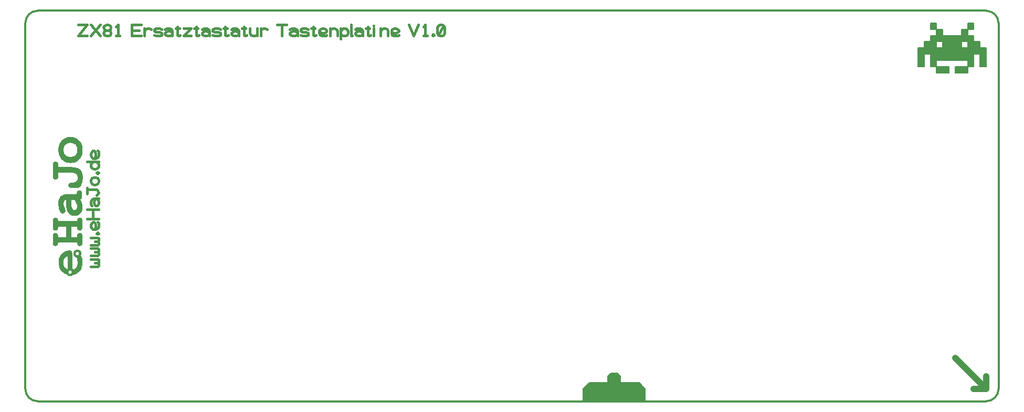
<source format=gbr>
G04 GENERATED BY PULSONIX 12.5 GERBER.DLL 9449*
G04 #@! TF.GenerationSoftware,Pulsonix,Pulsonix,12.5.9449*
G04 #@! TF.CreationDate,2024-10-04T20:16:51--1:00*
G04 #@! TF.Part,Single*
%FSLAX35Y35*%
%LPD*%
%MOMM*%
G04 #@! TF.FileFunction,Legend,Top*
G04 #@! TF.FilePolarity,Positive*
%ADD97C,0.00001*%
G04 #@! TA.AperFunction,Profile*
%ADD98C,0.30000*%
G04 #@! TD.AperFunction*
%ADD99C,0.45000*%
G04 #@! TA.AperFunction,Material*
%ADD101C,1.00000*%
%ADD102C,0.20000*%
G04 #@! TD.AperFunction*
X0Y0D02*
D02*
D97*
X1471680Y3456836D02*
X1787109D01*
Y3471484D01*
X1789063Y3484180D01*
X1791016Y3492969D01*
X1793945Y3498828D01*
X1799805Y3504688D01*
X1806641Y3508594D01*
X1814453Y3511523D01*
X1823242Y3512500D01*
X1833008Y3511523D01*
X1841797Y3509570D01*
X1848633Y3504688D01*
X1853516Y3499805D01*
X1855469Y3495898D01*
X1857422Y3491992D01*
X1859375Y3487109D01*
X1860352Y3481250D01*
X1861328Y3473438D01*
X1862305Y3465625D01*
Y3455859D01*
Y3446094D01*
Y3368945D01*
Y3353320D01*
X1860352Y3340625D01*
X1857422Y3330859D01*
X1853516Y3323047D01*
X1848633Y3318164D01*
X1841797Y3314258D01*
X1833984Y3311328D01*
X1824219D01*
X1813477Y3312305D01*
X1805664Y3315234D01*
X1797852Y3319141D01*
X1791992Y3325977D01*
X1789063Y3333789D01*
X1787109Y3343555D01*
X1786133Y3355273D01*
X1785156Y3368945D01*
Y3374805D01*
X1683594D01*
Y3200000D01*
X1785156D01*
Y3213672D01*
X1786133Y3224414D01*
X1787109Y3234180D01*
X1790039Y3242969D01*
X1793945Y3249805D01*
X1799805Y3256641D01*
X1806641Y3260547D01*
X1814453Y3263477D01*
X1823242Y3264453D01*
X1833008Y3263477D01*
X1841797Y3261523D01*
X1848633Y3257617D01*
X1853516Y3252734D01*
X1857422Y3245898D01*
X1860352Y3236133D01*
X1862305Y3224414D01*
Y3210742D01*
Y3112109D01*
Y3099414D01*
X1860352Y3087695D01*
X1856445Y3078906D01*
X1852539Y3073047D01*
X1846680Y3068164D01*
X1839844Y3065234D01*
X1832031Y3063281D01*
X1823242Y3062305D01*
X1813477Y3063281D01*
X1805664Y3066211D01*
X1798828Y3070117D01*
X1793945Y3075000D01*
X1791016Y3081836D01*
X1789063Y3090625D01*
X1787109Y3103320D01*
Y3117969D01*
X1471680D01*
X1470703Y3103320D01*
X1468750Y3090625D01*
X1465820Y3081836D01*
X1462891Y3075000D01*
X1458008Y3070117D01*
X1451172Y3066211D01*
X1442383Y3063281D01*
X1432617Y3062305D01*
X1423828Y3063281D01*
X1416016Y3065234D01*
X1410156Y3068164D01*
X1404297Y3073047D01*
X1399414Y3079883D01*
X1396484Y3088672D01*
X1394531Y3100391D01*
Y3114063D01*
Y3206836D01*
Y3222461D01*
X1396484Y3234180D01*
X1398438Y3243945D01*
X1402344Y3250781D01*
X1407227Y3256641D01*
X1414063Y3261523D01*
X1422852Y3263477D01*
X1432617Y3264453D01*
X1442383Y3263477D01*
X1451172Y3260547D01*
X1458008Y3255664D01*
X1463867Y3248828D01*
X1466797Y3241016D01*
X1469727Y3231250D01*
X1470703Y3218555D01*
X1471680Y3204883D01*
Y3200000D01*
X1609375D01*
Y3374805D01*
X1471680D01*
Y3361133D01*
X1470703Y3349414D01*
X1468750Y3339648D01*
X1466797Y3331836D01*
X1462891Y3325000D01*
X1457031Y3318164D01*
X1450195Y3314258D01*
X1442383Y3312305D01*
X1432617Y3311328D01*
X1422852Y3312305D01*
X1414063Y3314258D01*
X1407227Y3318164D01*
X1402344Y3325000D01*
X1398438Y3331836D01*
X1396484Y3341602D01*
X1394531Y3355273D01*
Y3372852D01*
Y3461719D01*
Y3475391D01*
X1396484Y3486133D01*
X1399414Y3494922D01*
X1404297Y3501758D01*
X1410156Y3506641D01*
X1416016Y3509570D01*
X1423828Y3511523D01*
X1432617Y3512500D01*
X1442383Y3511523D01*
X1450195Y3509570D01*
X1457031Y3504688D01*
X1462891Y3499805D01*
X1465820Y3492969D01*
X1468750Y3484180D01*
X1470703Y3471484D01*
X1471680Y3456836D01*
G36*
X1471680Y3456836D02*
X1787109D01*
Y3471484D01*
X1789063Y3484180D01*
X1791016Y3492969D01*
X1793945Y3498828D01*
X1799805Y3504688D01*
X1806641Y3508594D01*
X1814453Y3511523D01*
X1823242Y3512500D01*
X1833008Y3511523D01*
X1841797Y3509570D01*
X1848633Y3504688D01*
X1853516Y3499805D01*
X1855469Y3495898D01*
X1857422Y3491992D01*
X1859375Y3487109D01*
X1860352Y3481250D01*
X1861328Y3473438D01*
X1862305Y3465625D01*
Y3455859D01*
Y3446094D01*
Y3368945D01*
Y3353320D01*
X1860352Y3340625D01*
X1857422Y3330859D01*
X1853516Y3323047D01*
X1848633Y3318164D01*
X1841797Y3314258D01*
X1833984Y3311328D01*
X1824219D01*
X1813477Y3312305D01*
X1805664Y3315234D01*
X1797852Y3319141D01*
X1791992Y3325977D01*
X1789063Y3333789D01*
X1787109Y3343555D01*
X1786133Y3355273D01*
X1785156Y3368945D01*
Y3374805D01*
X1683594D01*
Y3200000D01*
X1785156D01*
Y3213672D01*
X1786133Y3224414D01*
X1787109Y3234180D01*
X1790039Y3242969D01*
X1793945Y3249805D01*
X1799805Y3256641D01*
X1806641Y3260547D01*
X1814453Y3263477D01*
X1823242Y3264453D01*
X1833008Y3263477D01*
X1841797Y3261523D01*
X1848633Y3257617D01*
X1853516Y3252734D01*
X1857422Y3245898D01*
X1860352Y3236133D01*
X1862305Y3224414D01*
Y3210742D01*
Y3112109D01*
Y3099414D01*
X1860352Y3087695D01*
X1856445Y3078906D01*
X1852539Y3073047D01*
X1846680Y3068164D01*
X1839844Y3065234D01*
X1832031Y3063281D01*
X1823242Y3062305D01*
X1813477Y3063281D01*
X1805664Y3066211D01*
X1798828Y3070117D01*
X1793945Y3075000D01*
X1791016Y3081836D01*
X1789063Y3090625D01*
X1787109Y3103320D01*
Y3117969D01*
X1471680D01*
X1470703Y3103320D01*
X1468750Y3090625D01*
X1465820Y3081836D01*
X1462891Y3075000D01*
X1458008Y3070117D01*
X1451172Y3066211D01*
X1442383Y3063281D01*
X1432617Y3062305D01*
X1423828Y3063281D01*
X1416016Y3065234D01*
X1410156Y3068164D01*
X1404297Y3073047D01*
X1399414Y3079883D01*
X1396484Y3088672D01*
X1394531Y3100391D01*
Y3114063D01*
Y3206836D01*
Y3222461D01*
X1396484Y3234180D01*
X1398438Y3243945D01*
X1402344Y3250781D01*
X1407227Y3256641D01*
X1414063Y3261523D01*
X1422852Y3263477D01*
X1432617Y3264453D01*
X1442383Y3263477D01*
X1451172Y3260547D01*
X1458008Y3255664D01*
X1463867Y3248828D01*
X1466797Y3241016D01*
X1469727Y3231250D01*
X1470703Y3218555D01*
X1471680Y3204883D01*
Y3200000D01*
X1609375D01*
Y3374805D01*
X1471680D01*
Y3361133D01*
X1470703Y3349414D01*
X1468750Y3339648D01*
X1466797Y3331836D01*
X1462891Y3325000D01*
X1457031Y3318164D01*
X1450195Y3314258D01*
X1442383Y3312305D01*
X1432617Y3311328D01*
X1422852Y3312305D01*
X1414063Y3314258D01*
X1407227Y3318164D01*
X1402344Y3325000D01*
X1398438Y3331836D01*
X1396484Y3341602D01*
X1394531Y3355273D01*
Y3372852D01*
Y3461719D01*
Y3475391D01*
X1396484Y3486133D01*
X1399414Y3494922D01*
X1404297Y3501758D01*
X1410156Y3506641D01*
X1416016Y3509570D01*
X1423828Y3511523D01*
X1432617Y3512500D01*
X1442383Y3511523D01*
X1450195Y3509570D01*
X1457031Y3504688D01*
X1462891Y3499805D01*
X1465820Y3492969D01*
X1468750Y3484180D01*
X1470703Y3471484D01*
X1471680Y3456836D01*
G37*
X1818359Y3951953D02*
X1827148Y3950977D01*
X1834961Y3949023D01*
X1840820Y3945117D01*
X1846680Y3940234D01*
X1851563Y3933398D01*
X1854492Y3926563D01*
X1856445Y3918750D01*
Y3908984D01*
Y3851367D01*
Y3844531D01*
X1854492Y3837695D01*
X1851563Y3831836D01*
X1848633Y3825977D01*
X1836914Y3818164D01*
X1821289Y3813281D01*
X1830078Y3801563D01*
X1837891Y3787891D01*
X1844727Y3775195D01*
X1850586Y3760547D01*
X1857422Y3741992D01*
X1862305Y3723438D01*
X1865234Y3703906D01*
X1866211Y3683398D01*
X1865234Y3668750D01*
X1864258Y3655078D01*
X1861328Y3642383D01*
X1857422Y3629688D01*
X1852539Y3617969D01*
X1846680Y3606250D01*
X1839844Y3596484D01*
X1832031Y3586719D01*
X1823242Y3577930D01*
X1813477Y3570117D01*
X1803711Y3563281D01*
X1792969Y3558398D01*
X1781250Y3554492D01*
X1769531Y3551563D01*
X1756836Y3549609D01*
X1744141Y3548633D01*
X1728516Y3549609D01*
X1712891Y3551563D01*
X1699219Y3555469D01*
X1686523Y3561328D01*
X1673828Y3568164D01*
X1663086Y3576953D01*
X1652344Y3587695D01*
X1643555Y3599414D01*
X1635742Y3612109D01*
X1627930Y3625781D01*
X1622070Y3640430D01*
X1617188Y3656055D01*
X1614258Y3672656D01*
X1611328Y3691211D01*
X1609375Y3710742D01*
Y3731250D01*
Y3753711D01*
X1611328Y3776172D01*
X1616211Y3807422D01*
X1603516Y3805469D01*
X1592773Y3801563D01*
X1583008Y3796680D01*
X1575195Y3789844D01*
X1568359Y3781055D01*
X1562500Y3768359D01*
X1559570Y3753711D01*
X1558594Y3736133D01*
X1559570Y3723438D01*
X1562500Y3708789D01*
X1566406Y3693164D01*
X1573242Y3676563D01*
X1580078Y3658984D01*
X1584961Y3645313D01*
X1587891Y3633594D01*
X1588867Y3624805D01*
X1587891Y3616992D01*
X1585938Y3610156D01*
X1582031Y3603320D01*
X1577148Y3598438D01*
X1570313Y3593555D01*
X1563477Y3590625D01*
X1554688Y3588672D01*
X1545898Y3587695D01*
X1539063Y3588672D01*
X1531250Y3590625D01*
X1525391Y3594531D01*
X1518555Y3600391D01*
X1512695Y3607227D01*
X1507813Y3616016D01*
X1502930Y3625781D01*
X1498047Y3637500D01*
X1491211Y3659961D01*
X1486328Y3686328D01*
X1483398Y3714648D01*
X1482422Y3746875D01*
X1483398Y3763477D01*
X1485352Y3779102D01*
X1487305Y3793750D01*
X1492188Y3807422D01*
X1497070Y3820117D01*
X1502930Y3831836D01*
X1510742Y3842578D01*
X1518555Y3852344D01*
X1528320Y3861133D01*
X1539063Y3868945D01*
X1550781Y3874805D01*
X1563477Y3879688D01*
X1577148Y3884570D01*
X1591797Y3886523D01*
X1607422Y3888477D01*
X1625000Y3889453D01*
X1780273D01*
Y3895313D01*
X1781250Y3908984D01*
X1782227Y3920703D01*
X1784180Y3929492D01*
X1787109Y3937305D01*
X1792969Y3943164D01*
X1799805Y3948047D01*
X1807617Y3950977D01*
X1818359Y3951953D01*
X1683594Y3778125D02*
X1681641Y3760547D01*
X1680664Y3741992D01*
X1682617Y3716602D01*
X1685547Y3695117D01*
X1690430Y3675586D01*
X1698242Y3658984D01*
X1707031Y3647266D01*
X1716797Y3639453D01*
X1727539Y3633594D01*
X1739258Y3632617D01*
X1749023Y3633594D01*
X1756836Y3636523D01*
X1763672Y3641406D01*
X1770508Y3648242D01*
X1777344Y3657031D01*
X1781250Y3667773D01*
X1784180Y3679492D01*
X1785156Y3692188D01*
X1784180Y3713672D01*
X1779297Y3734180D01*
X1772461Y3754688D01*
X1761719Y3773242D01*
X1756836Y3781055D01*
X1751953Y3787891D01*
X1746094Y3793750D01*
X1741211Y3798633D01*
X1736328Y3802539D01*
X1731445Y3805469D01*
X1726563Y3806445D01*
X1721680Y3807422D01*
X1689453D01*
X1683594Y3778125D01*
X1483235Y3720019D02*
G36*
X1483235Y3720019D02*
X1483398Y3714648D01*
X1486328Y3686328D01*
X1491211Y3659961D01*
X1498047Y3637500D01*
X1502930Y3625781D01*
X1507813Y3616016D01*
X1512695Y3607227D01*
X1518555Y3600391D01*
X1525391Y3594531D01*
X1531250Y3590625D01*
X1539063Y3588672D01*
X1545898Y3587695D01*
X1554688Y3588672D01*
X1563477Y3590625D01*
X1570313Y3593555D01*
X1577148Y3598438D01*
X1582031Y3603320D01*
X1585938Y3610156D01*
X1587891Y3616992D01*
X1588867Y3624805D01*
X1587891Y3633594D01*
X1584961Y3645313D01*
X1580078Y3658984D01*
X1573242Y3676563D01*
X1566406Y3693164D01*
X1562500Y3708789D01*
X1560254Y3720019D01*
X1483235D01*
G37*
X1482422Y3746875D02*
G36*
X1482422Y3746875D02*
X1483235Y3720019D01*
X1560254D01*
X1559570Y3723438D01*
X1558594Y3736133D01*
X1559570Y3753711D01*
X1562500Y3768359D01*
X1568359Y3781055D01*
X1575195Y3789844D01*
X1583008Y3796680D01*
X1592773Y3801563D01*
X1603516Y3805469D01*
X1616211Y3807422D01*
X1611328Y3776172D01*
X1609375Y3753711D01*
Y3731250D01*
Y3720019D01*
X1682354D01*
X1680664Y3741992D01*
X1681641Y3760547D01*
X1683594Y3778125D01*
X1689453Y3807422D01*
X1721680D01*
X1726563Y3806445D01*
X1731445Y3805469D01*
X1736328Y3802539D01*
X1741211Y3798633D01*
X1746094Y3793750D01*
X1751953Y3787891D01*
X1756836Y3781055D01*
X1761719Y3773242D01*
X1772461Y3754688D01*
X1779297Y3734180D01*
X1782669Y3720019D01*
X1862818D01*
X1862305Y3723438D01*
X1857422Y3741992D01*
X1850586Y3760547D01*
X1844727Y3775195D01*
X1837891Y3787891D01*
X1830078Y3801563D01*
X1821289Y3813281D01*
X1836914Y3818164D01*
X1848633Y3825977D01*
X1851563Y3831836D01*
X1854492Y3837695D01*
X1856445Y3844531D01*
Y3851367D01*
Y3908984D01*
Y3918750D01*
X1854492Y3926563D01*
X1851563Y3933398D01*
X1846680Y3940234D01*
X1840820Y3945117D01*
X1834961Y3949023D01*
X1827148Y3950977D01*
X1818359Y3951953D01*
X1807617Y3950977D01*
X1799805Y3948047D01*
X1792969Y3943164D01*
X1787109Y3937305D01*
X1784180Y3929492D01*
X1782227Y3920703D01*
X1781250Y3908984D01*
X1780273Y3895313D01*
Y3889453D01*
X1625000D01*
X1607422Y3888477D01*
X1591797Y3886523D01*
X1577148Y3884570D01*
X1563477Y3879688D01*
X1550781Y3874805D01*
X1539063Y3868945D01*
X1528320Y3861133D01*
X1518555Y3852344D01*
X1510742Y3842578D01*
X1502930Y3831836D01*
X1497070Y3820117D01*
X1492188Y3807422D01*
X1487305Y3793750D01*
X1485352Y3779102D01*
X1483398Y3763477D01*
X1482422Y3746875D01*
G37*
X1609375Y3720019D02*
G36*
X1609375Y3720019D02*
Y3710742D01*
X1611328Y3691211D01*
X1614258Y3672656D01*
X1617188Y3656055D01*
X1622070Y3640430D01*
X1627930Y3625781D01*
X1635742Y3612109D01*
X1643555Y3599414D01*
X1652344Y3587695D01*
X1663086Y3576953D01*
X1673828Y3568164D01*
X1686523Y3561328D01*
X1699219Y3555469D01*
X1712891Y3551563D01*
X1728516Y3549609D01*
X1744141Y3548633D01*
X1756836Y3549609D01*
X1769531Y3551563D01*
X1781250Y3554492D01*
X1792969Y3558398D01*
X1803711Y3563281D01*
X1813477Y3570117D01*
X1823242Y3577930D01*
X1832031Y3586719D01*
X1839844Y3596484D01*
X1846680Y3606250D01*
X1852539Y3617969D01*
X1857422Y3629688D01*
X1861328Y3642383D01*
X1864258Y3655078D01*
X1865234Y3668750D01*
X1866211Y3683398D01*
X1865234Y3703906D01*
X1862818Y3720019D01*
X1782669D01*
X1784180Y3713672D01*
X1785156Y3692188D01*
X1784180Y3679492D01*
X1781250Y3667773D01*
X1777344Y3657031D01*
X1770508Y3648242D01*
X1763672Y3641406D01*
X1756836Y3636523D01*
X1749023Y3633594D01*
X1739258Y3632617D01*
X1727539Y3633594D01*
X1716797Y3639453D01*
X1707031Y3647266D01*
X1698242Y3658984D01*
X1690430Y3675586D01*
X1685547Y3695117D01*
X1682617Y3716602D01*
X1682354Y3720019D01*
X1609375D01*
G37*
X1432617Y4417773D02*
X1442383Y4416797D01*
X1451172Y4413867D01*
X1458008Y4409961D01*
X1463867Y4404102D01*
X1466797Y4397266D01*
X1469727Y4388477D01*
X1470703Y4376758D01*
X1471680Y4362109D01*
Y4326953D01*
X1696289D01*
X1717773Y4325977D01*
X1737305Y4324023D01*
X1755859Y4321094D01*
X1773438Y4317188D01*
X1789063Y4311328D01*
X1802734Y4304492D01*
X1815430Y4296680D01*
X1826172Y4287891D01*
X1835938Y4277148D01*
X1843750Y4264453D01*
X1851563Y4251758D01*
X1857422Y4236133D01*
X1861328Y4220508D01*
X1865234Y4201953D01*
X1867188Y4183398D01*
Y4162891D01*
Y4144336D01*
X1865234Y4126758D01*
X1863281Y4110156D01*
X1859375Y4093555D01*
X1855469Y4077930D01*
X1848633Y4061328D01*
X1841797Y4044727D01*
X1833008Y4028125D01*
X1829102Y4020313D01*
X1824219Y4014453D01*
X1820313Y4009570D01*
X1815430Y4006641D01*
X1809570Y4004688D01*
X1802734Y4002734D01*
X1793945Y4001758D01*
X1784180D01*
X1697266D01*
X1682617D01*
X1671875Y4003711D01*
X1663086Y4005664D01*
X1657227Y4009570D01*
X1652344Y4014453D01*
X1648438Y4021289D01*
X1646484Y4028125D01*
X1645508Y4035938D01*
X1647461Y4048633D01*
X1651367Y4058398D01*
X1658203Y4067188D01*
X1667969Y4072070D01*
X1672852Y4074023D01*
X1678711Y4075977D01*
X1682617D01*
X1687500Y4076953D01*
X1692383D01*
X1699219D01*
X1703125D01*
X1723633Y4077930D01*
X1742188Y4080859D01*
X1753906Y4084766D01*
X1764648Y4091602D01*
X1773438Y4098438D01*
X1782227Y4107227D01*
X1788086Y4118945D01*
X1792969Y4130664D01*
X1794922Y4144336D01*
X1795898Y4158984D01*
X1794922Y4180469D01*
X1790039Y4198047D01*
X1782227Y4212695D01*
X1771484Y4224414D01*
X1764648Y4228320D01*
X1757813Y4233203D01*
X1748047Y4236133D01*
X1738281Y4239063D01*
X1726563Y4241016D01*
X1714844Y4242969D01*
X1701172Y4243945D01*
X1686523D01*
X1471680D01*
Y4190234D01*
X1470703Y4174609D01*
X1469727Y4162891D01*
X1466797Y4154102D01*
X1463867Y4147266D01*
X1458008Y4141406D01*
X1451172Y4136523D01*
X1442383Y4134570D01*
X1432617Y4133594D01*
X1423828D01*
X1416016Y4135547D01*
X1410156Y4139453D01*
X1404297Y4143359D01*
X1399414Y4149219D01*
X1396484Y4156055D01*
X1394531Y4163867D01*
Y4172656D01*
Y4379688D01*
Y4388477D01*
X1396484Y4396289D01*
X1400391Y4402148D01*
X1405273Y4408008D01*
X1411133Y4411914D01*
X1416992Y4414844D01*
X1424805Y4416797D01*
X1432617Y4417773D01*
G36*
X1432617Y4417773D02*
X1442383Y4416797D01*
X1451172Y4413867D01*
X1458008Y4409961D01*
X1463867Y4404102D01*
X1466797Y4397266D01*
X1469727Y4388477D01*
X1470703Y4376758D01*
X1471680Y4362109D01*
Y4326953D01*
X1696289D01*
X1717773Y4325977D01*
X1737305Y4324023D01*
X1755859Y4321094D01*
X1773438Y4317188D01*
X1789063Y4311328D01*
X1802734Y4304492D01*
X1815430Y4296680D01*
X1826172Y4287891D01*
X1835938Y4277148D01*
X1843750Y4264453D01*
X1851563Y4251758D01*
X1857422Y4236133D01*
X1861328Y4220508D01*
X1865234Y4201953D01*
X1867188Y4183398D01*
Y4162891D01*
Y4144336D01*
X1865234Y4126758D01*
X1863281Y4110156D01*
X1859375Y4093555D01*
X1855469Y4077930D01*
X1848633Y4061328D01*
X1841797Y4044727D01*
X1833008Y4028125D01*
X1829102Y4020313D01*
X1824219Y4014453D01*
X1820313Y4009570D01*
X1815430Y4006641D01*
X1809570Y4004688D01*
X1802734Y4002734D01*
X1793945Y4001758D01*
X1784180D01*
X1697266D01*
X1682617D01*
X1671875Y4003711D01*
X1663086Y4005664D01*
X1657227Y4009570D01*
X1652344Y4014453D01*
X1648438Y4021289D01*
X1646484Y4028125D01*
X1645508Y4035938D01*
X1647461Y4048633D01*
X1651367Y4058398D01*
X1658203Y4067188D01*
X1667969Y4072070D01*
X1672852Y4074023D01*
X1678711Y4075977D01*
X1682617D01*
X1687500Y4076953D01*
X1692383D01*
X1699219D01*
X1703125D01*
X1723633Y4077930D01*
X1742188Y4080859D01*
X1753906Y4084766D01*
X1764648Y4091602D01*
X1773438Y4098438D01*
X1782227Y4107227D01*
X1788086Y4118945D01*
X1792969Y4130664D01*
X1794922Y4144336D01*
X1795898Y4158984D01*
X1794922Y4180469D01*
X1790039Y4198047D01*
X1782227Y4212695D01*
X1771484Y4224414D01*
X1764648Y4228320D01*
X1757813Y4233203D01*
X1748047Y4236133D01*
X1738281Y4239063D01*
X1726563Y4241016D01*
X1714844Y4242969D01*
X1701172Y4243945D01*
X1686523D01*
X1471680D01*
Y4190234D01*
X1470703Y4174609D01*
X1469727Y4162891D01*
X1466797Y4154102D01*
X1463867Y4147266D01*
X1458008Y4141406D01*
X1451172Y4136523D01*
X1442383Y4134570D01*
X1432617Y4133594D01*
X1423828D01*
X1416016Y4135547D01*
X1410156Y4139453D01*
X1404297Y4143359D01*
X1399414Y4149219D01*
X1396484Y4156055D01*
X1394531Y4163867D01*
Y4172656D01*
Y4379688D01*
Y4388477D01*
X1396484Y4396289D01*
X1400391Y4402148D01*
X1405273Y4408008D01*
X1411133Y4411914D01*
X1416992Y4414844D01*
X1424805Y4416797D01*
X1432617Y4417773D01*
G37*
X1673828Y4813281D02*
X1694336Y4812305D01*
X1713867Y4810352D01*
X1733398Y4805469D01*
X1750977Y4799609D01*
X1767578Y4790820D01*
X1783203Y4781055D01*
X1798828Y4769336D01*
X1812500Y4755664D01*
X1825195Y4741016D01*
X1835938Y4725391D01*
X1844727Y4707813D01*
X1852539Y4690234D01*
X1858398Y4670703D01*
X1862305Y4651172D01*
X1865234Y4629688D01*
X1866211Y4607227D01*
X1865234Y4584766D01*
X1862305Y4564258D01*
X1858398Y4543750D01*
X1852539Y4525195D01*
X1844727Y4507617D01*
X1835938Y4490039D01*
X1825195Y4474414D01*
X1812500Y4459766D01*
X1798828Y4446094D01*
X1783203Y4434375D01*
X1767578Y4424609D01*
X1750977Y4415820D01*
X1733398Y4409961D01*
X1714844Y4405078D01*
X1695313Y4403125D01*
X1674805Y4402148D01*
X1654297Y4403125D01*
X1633789Y4405078D01*
X1615234Y4409961D01*
X1597656Y4415820D01*
X1581055Y4424609D01*
X1565430Y4434375D01*
X1549805Y4446094D01*
X1536133Y4459766D01*
X1523438Y4474414D01*
X1512695Y4490039D01*
X1503906Y4507617D01*
X1496094Y4525195D01*
X1490234Y4543750D01*
X1486328Y4564258D01*
X1483398Y4585742D01*
X1482422Y4607227D01*
X1483398Y4629688D01*
X1486328Y4651172D01*
X1490234Y4670703D01*
X1496094Y4690234D01*
X1503906Y4707813D01*
X1512695Y4725391D01*
X1523438Y4741016D01*
X1536133Y4755664D01*
X1549805Y4769336D01*
X1565430Y4781055D01*
X1581055Y4790820D01*
X1597656Y4799609D01*
X1615234Y4805469D01*
X1633789Y4810352D01*
X1653320Y4812305D01*
X1673828Y4813281D01*
Y4491016D02*
X1686523Y4491992D01*
X1698242Y4492969D01*
X1709961Y4495898D01*
X1720703Y4498828D01*
X1730469Y4503711D01*
X1740234Y4509570D01*
X1749023Y4516406D01*
X1757813Y4523242D01*
X1765625Y4532031D01*
X1772461Y4540820D01*
X1777344Y4550586D01*
X1782227Y4560352D01*
X1786133Y4572070D01*
X1788086Y4582813D01*
X1790039Y4595508D01*
Y4608203D01*
Y4619922D01*
X1788086Y4632617D01*
X1786133Y4644336D01*
X1782227Y4655078D01*
X1777344Y4664844D01*
X1772461Y4674609D01*
X1765625Y4683398D01*
X1757813Y4692188D01*
X1749023Y4700000D01*
X1740234Y4706836D01*
X1730469Y4712695D01*
X1720703Y4716602D01*
X1709961Y4720508D01*
X1699219Y4723438D01*
X1686523Y4724414D01*
X1674805Y4725391D01*
X1662109Y4724414D01*
X1650391Y4723438D01*
X1638672Y4720508D01*
X1627930Y4716602D01*
X1618164Y4712695D01*
X1608398Y4706836D01*
X1598633Y4700000D01*
X1590820Y4692188D01*
X1583008Y4683398D01*
X1576172Y4674609D01*
X1570313Y4664844D01*
X1565430Y4655078D01*
X1562500Y4644336D01*
X1559570Y4632617D01*
X1558594Y4619922D01*
X1557617Y4608203D01*
X1558594Y4595508D01*
X1559570Y4582813D01*
X1562500Y4572070D01*
X1565430Y4560352D01*
X1570313Y4550586D01*
X1576172Y4540820D01*
X1583008Y4532031D01*
X1590820Y4523242D01*
X1598633Y4516406D01*
X1608398Y4509570D01*
X1617188Y4503711D01*
X1627930Y4498828D01*
X1638672Y4495898D01*
X1649414Y4492969D01*
X1661133Y4491992D01*
X1673828Y4491016D01*
X1482464Y4608203D02*
G36*
X1482464Y4608203D02*
X1557617D01*
X1558594Y4619922D01*
X1559570Y4632617D01*
X1562500Y4644336D01*
X1565430Y4655078D01*
X1570313Y4664844D01*
X1576172Y4674609D01*
X1583008Y4683398D01*
X1590820Y4692188D01*
X1598633Y4700000D01*
X1608398Y4706836D01*
X1618164Y4712695D01*
X1627930Y4716602D01*
X1638672Y4720508D01*
X1650391Y4723438D01*
X1662109Y4724414D01*
X1674805Y4725391D01*
X1686523Y4724414D01*
X1699219Y4723438D01*
X1709961Y4720508D01*
X1720703Y4716602D01*
X1730469Y4712695D01*
X1740234Y4706836D01*
X1749023Y4700000D01*
X1757813Y4692188D01*
X1765625Y4683398D01*
X1772461Y4674609D01*
X1777344Y4664844D01*
X1782227Y4655078D01*
X1786133Y4644336D01*
X1788086Y4632617D01*
X1790039Y4619922D01*
Y4608203D01*
X1866169D01*
X1865234Y4629688D01*
X1862305Y4651172D01*
X1858398Y4670703D01*
X1852539Y4690234D01*
X1844727Y4707813D01*
X1835938Y4725391D01*
X1825195Y4741016D01*
X1812500Y4755664D01*
X1798828Y4769336D01*
X1783203Y4781055D01*
X1767578Y4790820D01*
X1750977Y4799609D01*
X1733398Y4805469D01*
X1713867Y4810352D01*
X1694336Y4812305D01*
X1673828Y4813281D01*
X1653320Y4812305D01*
X1633789Y4810352D01*
X1615234Y4805469D01*
X1597656Y4799609D01*
X1581055Y4790820D01*
X1565430Y4781055D01*
X1549805Y4769336D01*
X1536133Y4755664D01*
X1523438Y4741016D01*
X1512695Y4725391D01*
X1503906Y4707813D01*
X1496094Y4690234D01*
X1490234Y4670703D01*
X1486328Y4651172D01*
X1483398Y4629688D01*
X1482464Y4608203D01*
G37*
X1482422Y4607227D02*
G36*
X1482422Y4607227D02*
X1483398Y4585742D01*
X1486328Y4564258D01*
X1490234Y4543750D01*
X1496094Y4525195D01*
X1503906Y4507617D01*
X1512695Y4490039D01*
X1523438Y4474414D01*
X1536133Y4459766D01*
X1549805Y4446094D01*
X1565430Y4434375D01*
X1581055Y4424609D01*
X1597656Y4415820D01*
X1615234Y4409961D01*
X1633789Y4405078D01*
X1654297Y4403125D01*
X1674805Y4402148D01*
X1695313Y4403125D01*
X1714844Y4405078D01*
X1733398Y4409961D01*
X1750977Y4415820D01*
X1767578Y4424609D01*
X1783203Y4434375D01*
X1798828Y4446094D01*
X1812500Y4459766D01*
X1825195Y4474414D01*
X1835938Y4490039D01*
X1844727Y4507617D01*
X1852539Y4525195D01*
X1858398Y4543750D01*
X1862305Y4564258D01*
X1865234Y4584766D01*
X1866211Y4607227D01*
X1866169Y4608203D01*
X1790039D01*
Y4595508D01*
X1788086Y4582813D01*
X1786133Y4572070D01*
X1782227Y4560352D01*
X1777344Y4550586D01*
X1772461Y4540820D01*
X1765625Y4532031D01*
X1757813Y4523242D01*
X1749023Y4516406D01*
X1740234Y4509570D01*
X1730469Y4503711D01*
X1720703Y4498828D01*
X1709961Y4495898D01*
X1698242Y4492969D01*
X1686523Y4491992D01*
X1673828Y4491016D01*
X1661133Y4491992D01*
X1649414Y4492969D01*
X1638672Y4495898D01*
X1627930Y4498828D01*
X1617188Y4503711D01*
X1608398Y4509570D01*
X1598633Y4516406D01*
X1590820Y4523242D01*
X1583008Y4532031D01*
X1576172Y4540820D01*
X1570313Y4550586D01*
X1565430Y4560352D01*
X1562500Y4572070D01*
X1559570Y4582813D01*
X1558594Y4595508D01*
X1557617Y4608203D01*
X1482464D01*
X1482422Y4607227D01*
G37*
X1734375Y2903125D02*
X1728516Y2913867D01*
X1725586Y2924609D01*
X1724609Y2937305D01*
X1725586Y2949023D01*
X1728516Y2960742D01*
X1734375Y2971484D01*
X1742188Y2980273D01*
X1751953Y2988086D01*
X1762695Y2993945D01*
X1774414Y2996875D01*
X1786133Y2998828D01*
X1797852Y2996875D01*
X1810547Y2993945D01*
X1820313Y2988086D01*
X1830078Y2981250D01*
X1837891Y2971484D01*
X1843750Y2960742D01*
X1846680Y2949023D01*
X1847656Y2937305D01*
X1846680Y2924609D01*
X1839844Y2908008D01*
X1847656Y2886523D01*
X1853516Y2866016D01*
X1858398Y2846484D01*
X1861328Y2825977D01*
X1862305Y2805469D01*
Y2785938D01*
X1861328Y2764453D01*
X1859375Y2743945D01*
X1855469Y2725391D01*
X1849609Y2706836D01*
X1842773Y2690234D01*
X1833984Y2674609D01*
X1824219Y2658984D01*
X1812500Y2645313D01*
X1791992Y2627734D01*
X1768555Y2613086D01*
X1742188Y2602344D01*
X1712891Y2594531D01*
X1701172Y2584766D01*
X1687500Y2577930D01*
X1671875Y2575977D01*
X1655273Y2576953D01*
X1644531Y2580859D01*
X1633789Y2585742D01*
X1625000Y2592578D01*
X1617188Y2601367D01*
X1595703Y2609180D01*
X1575195Y2619922D01*
X1556641Y2633594D01*
X1539063Y2649219D01*
X1527344Y2663867D01*
X1516602Y2679492D01*
X1507813Y2696094D01*
X1500977Y2713672D01*
X1495117Y2732227D01*
X1491211Y2752734D01*
X1488281Y2773242D01*
X1487305Y2794727D01*
X1488281Y2815234D01*
X1490234Y2833789D01*
X1494141Y2851367D01*
X1500000Y2868945D01*
X1506836Y2885547D01*
X1514648Y2900195D01*
X1524414Y2914844D01*
X1536133Y2928516D01*
X1548828Y2941211D01*
X1562500Y2951953D01*
X1577148Y2961719D01*
X1591797Y2969531D01*
X1607422Y2975391D01*
X1623047Y2979297D01*
X1640625Y2982227D01*
X1657227D01*
X1668945D01*
X1678711Y2980273D01*
X1685547Y2976367D01*
X1691406Y2971484D01*
X1695313Y2964648D01*
X1697266Y2952930D01*
X1699219Y2938281D01*
Y2918750D01*
Y2690234D01*
X1708008Y2684375D01*
X1715820Y2676563D01*
X1731445Y2680469D01*
X1745117Y2687305D01*
X1757813Y2695117D01*
X1768555Y2705859D01*
X1780273Y2722461D01*
X1789063Y2741992D01*
X1793945Y2765430D01*
X1794922Y2791797D01*
X1793945Y2810352D01*
X1790039Y2831836D01*
X1784180Y2853320D01*
X1775391Y2875781D01*
X1774414D01*
X1762695Y2879688D01*
X1750977Y2885547D01*
X1742188Y2893359D01*
X1734375Y2903125D01*
X1577148Y2716602D02*
X1586914Y2705859D01*
X1598633Y2696094D01*
X1610352Y2688281D01*
X1625000Y2681445D01*
X1634766Y2690234D01*
X1635742Y2898242D01*
X1619141Y2894336D01*
X1603516Y2887500D01*
X1589844Y2877734D01*
X1578125Y2866016D01*
X1567383Y2850391D01*
X1560547Y2833789D01*
X1555664Y2815234D01*
X1553711Y2794727D01*
X1555664Y2772266D01*
X1559570Y2751758D01*
X1567383Y2733203D01*
X1577148Y2716602D01*
X1693359Y2654102D02*
X1689453Y2658984D01*
X1684570Y2662891D01*
X1679688Y2665820D01*
X1673828Y2667773D01*
X1667969D01*
X1662109D01*
X1656250Y2665820D01*
X1651367Y2662891D01*
X1646484Y2658984D01*
X1642578Y2654102D01*
X1639648Y2649219D01*
X1638672Y2643359D01*
X1637695Y2637500D01*
X1638672Y2631641D01*
X1639648Y2625781D01*
X1642578Y2619922D01*
X1646484Y2616016D01*
X1650391Y2612109D01*
X1661133Y2607227D01*
X1667969D01*
X1673828D01*
X1678711Y2609180D01*
X1684570Y2612109D01*
X1689453Y2615039D01*
X1692383Y2619922D01*
X1695313Y2624805D01*
X1697266Y2630664D01*
X1698242Y2636523D01*
X1697266Y2642383D01*
X1695313Y2648242D01*
X1693359Y2654102D01*
X1811523Y2953906D02*
X1807617Y2958789D01*
X1802734Y2961719D01*
X1797852Y2964648D01*
X1791016Y2966602D01*
X1785156Y2967578D01*
X1779297Y2966602D01*
X1774414Y2964648D01*
X1768555Y2962695D01*
X1760742Y2953906D01*
X1755859Y2943164D01*
X1754883Y2936328D01*
X1755859Y2930469D01*
X1757813Y2924609D01*
X1760742Y2919727D01*
X1764648Y2914844D01*
X1769531Y2910938D01*
X1780273Y2907031D01*
X1786133Y2906055D01*
X1791992Y2907031D01*
X1797852Y2908008D01*
X1802734Y2911914D01*
X1807617Y2915820D01*
X1811523Y2920703D01*
X1814453Y2925586D01*
X1815430Y2931445D01*
X1816406Y2937305D01*
X1815430Y2943164D01*
X1814453Y2948047D01*
X1811523Y2953906D01*
X1487305Y2794727D02*
G36*
X1487305Y2794727D02*
X1487527Y2789843D01*
X1554136D01*
X1553711Y2794727D01*
X1555664Y2815234D01*
X1560547Y2833789D01*
X1567383Y2850391D01*
X1578125Y2866016D01*
X1589844Y2877734D01*
X1603516Y2887500D01*
X1619141Y2894336D01*
X1635742Y2898242D01*
X1635233Y2789843D01*
X1699219D01*
Y2918750D01*
Y2936816D01*
X1544433D01*
X1536133Y2928516D01*
X1524414Y2914844D01*
X1514648Y2900195D01*
X1506836Y2885547D01*
X1500000Y2868945D01*
X1494141Y2851367D01*
X1490234Y2833789D01*
X1488281Y2815234D01*
X1487305Y2794727D01*
G37*
X1544433Y2936816D02*
G36*
X1544433Y2936816D02*
X1699219D01*
Y2938281D01*
X1697266Y2952930D01*
X1695313Y2964648D01*
X1691406Y2971484D01*
X1685547Y2976367D01*
X1678711Y2980273D01*
X1668945Y2982227D01*
X1657227D01*
X1640625D01*
X1623047Y2979297D01*
X1607422Y2975391D01*
X1591797Y2969531D01*
X1577148Y2961719D01*
X1562500Y2951953D01*
X1548828Y2941211D01*
X1544433Y2936816D01*
G37*
X1552247Y2637500D02*
G36*
X1552247Y2637500D02*
X1556641Y2633594D01*
X1575195Y2619922D01*
X1595703Y2609180D01*
X1617188Y2601367D01*
X1625000Y2592578D01*
X1633789Y2585742D01*
X1644531Y2580859D01*
X1655273Y2576953D01*
X1671875Y2575977D01*
X1687500Y2577930D01*
X1701172Y2584766D01*
X1712891Y2594531D01*
X1742188Y2602344D01*
X1768555Y2613086D01*
X1791992Y2627734D01*
X1803385Y2637500D01*
X1698079D01*
X1698242Y2636523D01*
X1697266Y2630664D01*
X1695313Y2624805D01*
X1692383Y2619922D01*
X1689453Y2615039D01*
X1684570Y2612109D01*
X1678711Y2609180D01*
X1673828Y2607227D01*
X1667969D01*
X1661133D01*
X1650391Y2612109D01*
X1646484Y2616016D01*
X1642578Y2619922D01*
X1639648Y2625781D01*
X1638672Y2631641D01*
X1637695Y2637500D01*
X1552247D01*
G37*
X1724609Y2937305D02*
G36*
X1724609Y2937305D02*
X1724647Y2936816D01*
X1754953D01*
X1755859Y2943164D01*
X1760742Y2953906D01*
X1768555Y2962695D01*
X1774414Y2964648D01*
X1779297Y2966602D01*
X1785156Y2967578D01*
X1791016Y2966602D01*
X1797852Y2964648D01*
X1802734Y2961719D01*
X1807617Y2958789D01*
X1811523Y2953906D01*
X1814453Y2948047D01*
X1815430Y2943164D01*
X1816406Y2937305D01*
X1816325Y2936816D01*
X1847618D01*
X1847656Y2937305D01*
X1846680Y2949023D01*
X1843750Y2960742D01*
X1837891Y2971484D01*
X1830078Y2981250D01*
X1820313Y2988086D01*
X1810547Y2993945D01*
X1797852Y2996875D01*
X1786133Y2998828D01*
X1774414Y2996875D01*
X1762695Y2993945D01*
X1751953Y2988086D01*
X1742188Y2980273D01*
X1734375Y2971484D01*
X1728516Y2960742D01*
X1725586Y2949023D01*
X1724609Y2937305D01*
G37*
X1487527Y2789843D02*
G36*
X1487527Y2789843D02*
X1488281Y2773242D01*
X1491211Y2752734D01*
X1495117Y2732227D01*
X1500977Y2713672D01*
X1507813Y2696094D01*
X1516602Y2679492D01*
X1527344Y2663867D01*
X1539063Y2649219D01*
X1552247Y2637500D01*
X1637695D01*
X1638672Y2643359D01*
X1639648Y2649219D01*
X1642578Y2654102D01*
X1646484Y2658984D01*
X1651367Y2662891D01*
X1656250Y2665820D01*
X1662109Y2667773D01*
X1667969D01*
X1673828D01*
X1679688Y2665820D01*
X1684570Y2662891D01*
X1689453Y2658984D01*
X1693359Y2654102D01*
X1695313Y2648242D01*
X1697266Y2642383D01*
X1698079Y2637500D01*
X1803385D01*
X1812500Y2645313D01*
X1824219Y2658984D01*
X1833984Y2674609D01*
X1842773Y2690234D01*
X1849609Y2706836D01*
X1855469Y2725391D01*
X1859375Y2743945D01*
X1861328Y2764453D01*
X1862305Y2785938D01*
Y2789843D01*
X1794850D01*
X1793945Y2765430D01*
X1789063Y2741992D01*
X1780273Y2722461D01*
X1768555Y2705859D01*
X1757813Y2695117D01*
X1745117Y2687305D01*
X1731445Y2680469D01*
X1715820Y2676563D01*
X1708008Y2684375D01*
X1699219Y2690234D01*
Y2789843D01*
X1635233D01*
X1634766Y2690234D01*
X1625000Y2681445D01*
X1610352Y2688281D01*
X1598633Y2696094D01*
X1586914Y2705859D01*
X1577148Y2716602D01*
X1567383Y2733203D01*
X1559570Y2751758D01*
X1555664Y2772266D01*
X1554136Y2789843D01*
X1487527D01*
G37*
X1724647Y2936816D02*
G36*
X1724647Y2936816D02*
X1725586Y2924609D01*
X1728516Y2913867D01*
X1734375Y2903125D01*
X1742188Y2893359D01*
X1750977Y2885547D01*
X1762695Y2879688D01*
X1774414Y2875781D01*
X1775391D01*
X1784180Y2853320D01*
X1790039Y2831836D01*
X1793945Y2810352D01*
X1794922Y2791797D01*
X1794850Y2789843D01*
X1862305D01*
Y2805469D01*
X1861328Y2825977D01*
X1858398Y2846484D01*
X1853516Y2866016D01*
X1847656Y2886523D01*
X1839844Y2908008D01*
X1846680Y2924609D01*
X1847618Y2936816D01*
X1816325D01*
X1815430Y2931445D01*
X1814453Y2925586D01*
X1811523Y2920703D01*
X1807617Y2915820D01*
X1802734Y2911914D01*
X1797852Y2908008D01*
X1791992Y2907031D01*
X1786133Y2906055D01*
X1780273Y2907031D01*
X1769531Y2910938D01*
X1764648Y2914844D01*
X1760742Y2919727D01*
X1757813Y2924609D01*
X1755859Y2930469D01*
X1754883Y2936328D01*
X1754953Y2936816D01*
X1724647D01*
G37*
D02*
D98*
X16650000Y750000D02*
Y6650000D01*
G75*
G03*
X16450000Y6850000I-200000J0D01*
G01*
X1150000D01*
G75*
G03*
X950000Y6650000I0J-200000D01*
G01*
Y750000D01*
G75*
G03*
X1150000Y550000I200000J0D01*
G01*
X16450000D01*
G75*
G03*
X16650000Y750000I0J200000D01*
G01*
D02*
D99*
X1800000Y6624118D02*
X1949412Y6624118D01*
X1800000Y6444824D01*
X1949412D01*
X2005740D02*
X2155152Y6624118D01*
X2005740D02*
X2155152Y6444824D01*
X2256304Y6534471D02*
X2286186Y6534471D01*
X2316068Y6549412D01*
X2331009Y6579294D01*
X2316068Y6609176D01*
X2286186Y6624118D01*
X2256304D01*
X2226421Y6609176D01*
X2211480Y6579294D01*
X2226421Y6549412D01*
X2256304Y6534471D01*
X2226421Y6519529D01*
X2211480Y6489647D01*
X2226421Y6459765D01*
X2256304Y6444824D01*
X2286186D01*
X2316068Y6459765D01*
X2331009Y6489647D01*
X2316068Y6519529D01*
X2286186Y6534471D01*
X2414082Y6444824D02*
X2473847Y6444824D01*
X2443965D02*
X2443965Y6624118D01*
X2414082Y6594235D01*
X2666140Y6444824D02*
X2666140Y6624118D01*
X2815552D01*
X2785669Y6534471D02*
X2666140Y6534471D01*
Y6444824D02*
X2815552Y6444824D01*
X2871880D02*
X2871880Y6564353D01*
Y6519529D02*
X2886821Y6549412D01*
X2916704Y6564353D01*
X2946586D01*
X2976468Y6549412D01*
X3029360Y6459765D02*
X3059242Y6444824D01*
X3119007D01*
X3148889Y6459765D01*
Y6489647D01*
X3119007Y6504588D01*
X3059242D01*
X3029360Y6519529D01*
Y6549412D01*
X3059242Y6564353D01*
X3119007D01*
X3148889Y6549412D01*
X3202080D02*
X3231962Y6564353D01*
X3276786D01*
X3306668Y6549412D01*
X3321609Y6519529D01*
Y6474706D01*
X3306668Y6459765D01*
X3276786Y6444824D01*
X3246904D01*
X3217021Y6459765D01*
X3202080Y6474706D01*
Y6489647D01*
X3217021Y6504588D01*
X3246904Y6519529D01*
X3276786D01*
X3306668Y6504588D01*
X3321609Y6489647D01*
Y6474706D02*
X3321609Y6444824D01*
X3374800Y6564353D02*
X3434565Y6564353D01*
X3404682Y6594235D02*
X3404682Y6459765D01*
X3419624Y6444824D01*
X3434565D01*
X3449506Y6459765D01*
X3501800Y6564353D02*
X3621329Y6564353D01*
X3501800Y6444824D01*
X3621329D01*
X3674520Y6564353D02*
X3734285Y6564353D01*
X3704402Y6594235D02*
X3704402Y6459765D01*
X3719344Y6444824D01*
X3734285D01*
X3749226Y6459765D01*
X3801520Y6549412D02*
X3831402Y6564353D01*
X3876226D01*
X3906108Y6549412D01*
X3921049Y6519529D01*
Y6474706D01*
X3906108Y6459765D01*
X3876226Y6444824D01*
X3846344D01*
X3816461Y6459765D01*
X3801520Y6474706D01*
Y6489647D01*
X3816461Y6504588D01*
X3846344Y6519529D01*
X3876226D01*
X3906108Y6504588D01*
X3921049Y6489647D01*
Y6474706D02*
X3921049Y6444824D01*
X3974240Y6459765D02*
X4004122Y6444824D01*
X4063887D01*
X4093769Y6459765D01*
Y6489647D01*
X4063887Y6504588D01*
X4004122D01*
X3974240Y6519529D01*
Y6549412D01*
X4004122Y6564353D01*
X4063887D01*
X4093769Y6549412D01*
X4146960Y6564353D02*
X4206725Y6564353D01*
X4176842Y6594235D02*
X4176842Y6459765D01*
X4191784Y6444824D01*
X4206725D01*
X4221666Y6459765D01*
X4273960Y6549412D02*
X4303842Y6564353D01*
X4348666D01*
X4378548Y6549412D01*
X4393489Y6519529D01*
Y6474706D01*
X4378548Y6459765D01*
X4348666Y6444824D01*
X4318784D01*
X4288901Y6459765D01*
X4273960Y6474706D01*
Y6489647D01*
X4288901Y6504588D01*
X4318784Y6519529D01*
X4348666D01*
X4378548Y6504588D01*
X4393489Y6489647D01*
Y6474706D02*
X4393489Y6444824D01*
X4446680Y6564353D02*
X4506445Y6564353D01*
X4476562Y6594235D02*
X4476562Y6459765D01*
X4491504Y6444824D01*
X4506445D01*
X4521386Y6459765D01*
X4573680Y6564353D02*
X4573680Y6489647D01*
X4588621Y6459765D01*
X4618504Y6444824D01*
X4648386D01*
X4678268Y6459765D01*
X4693209Y6489647D01*
Y6564353D02*
X4693209Y6444824D01*
X4746400D02*
X4746400Y6564353D01*
Y6519529D02*
X4761341Y6549412D01*
X4791224Y6564353D01*
X4821106D01*
X4850988Y6549412D01*
X5087806Y6444824D02*
X5087806Y6624118D01*
X5013100D02*
X5162512Y6624118D01*
X5218840Y6549412D02*
X5248722Y6564353D01*
X5293546D01*
X5323428Y6549412D01*
X5338369Y6519529D01*
Y6474706D01*
X5323428Y6459765D01*
X5293546Y6444824D01*
X5263664D01*
X5233781Y6459765D01*
X5218840Y6474706D01*
Y6489647D01*
X5233781Y6504588D01*
X5263664Y6519529D01*
X5293546D01*
X5323428Y6504588D01*
X5338369Y6489647D01*
Y6474706D02*
X5338369Y6444824D01*
X5391560Y6459765D02*
X5421442Y6444824D01*
X5481207D01*
X5511089Y6459765D01*
Y6489647D01*
X5481207Y6504588D01*
X5421442D01*
X5391560Y6519529D01*
Y6549412D01*
X5421442Y6564353D01*
X5481207D01*
X5511089Y6549412D01*
X5564280Y6564353D02*
X5624045Y6564353D01*
X5594162Y6594235D02*
X5594162Y6459765D01*
X5609104Y6444824D01*
X5624045D01*
X5638986Y6459765D01*
X5810809D02*
X5795868Y6444824D01*
X5765986D01*
X5736104D01*
X5706221Y6459765D01*
X5691280Y6489647D01*
Y6534471D01*
X5706221Y6549412D01*
X5736104Y6564353D01*
X5765986D01*
X5795868Y6549412D01*
X5810809Y6534471D01*
Y6519529D01*
X5795868Y6504588D01*
X5765986Y6489647D01*
X5736104D01*
X5706221Y6504588D01*
X5691280Y6519529D01*
X5864000Y6444824D02*
X5864000Y6564353D01*
Y6519529D02*
X5878941Y6549412D01*
X5908824Y6564353D01*
X5938706D01*
X5968588Y6549412D01*
X5983529Y6519529D01*
Y6444824D01*
X6036720Y6564353D02*
X6036720Y6400000D01*
Y6489647D02*
X6051661Y6459765D01*
X6081544Y6444824D01*
X6111426D01*
X6141308Y6459765D01*
X6156249Y6489647D01*
Y6519529D01*
X6141308Y6549412D01*
X6111426Y6564353D01*
X6081544D01*
X6051661Y6549412D01*
X6036720Y6519529D01*
Y6489647D01*
X6224381Y6444824D02*
X6209440Y6444824D01*
Y6624118D01*
X6272940Y6549412D02*
X6302822Y6564353D01*
X6347646D01*
X6377528Y6549412D01*
X6392469Y6519529D01*
Y6474706D01*
X6377528Y6459765D01*
X6347646Y6444824D01*
X6317764D01*
X6287881Y6459765D01*
X6272940Y6474706D01*
Y6489647D01*
X6287881Y6504588D01*
X6317764Y6519529D01*
X6347646D01*
X6377528Y6504588D01*
X6392469Y6489647D01*
Y6474706D02*
X6392469Y6444824D01*
X6445660Y6564353D02*
X6505425Y6564353D01*
X6475542Y6594235D02*
X6475542Y6459765D01*
X6490484Y6444824D01*
X6505425D01*
X6520366Y6459765D01*
X6572660Y6444824D02*
X6572660Y6564353D01*
Y6609176D02*
X6572661Y6609177D01*
X6681880Y6444824D02*
X6681880Y6564353D01*
Y6519529D02*
X6696821Y6549412D01*
X6726704Y6564353D01*
X6756586D01*
X6786468Y6549412D01*
X6801409Y6519529D01*
Y6444824D01*
X6974129Y6459765D02*
X6959188Y6444824D01*
X6929306D01*
X6899424D01*
X6869541Y6459765D01*
X6854600Y6489647D01*
Y6534471D01*
X6869541Y6549412D01*
X6899424Y6564353D01*
X6929306D01*
X6959188Y6549412D01*
X6974129Y6534471D01*
Y6519529D01*
X6959188Y6504588D01*
X6929306Y6489647D01*
X6899424D01*
X6869541Y6504588D01*
X6854600Y6519529D01*
X7136540Y6624118D02*
X7211246Y6444824D01*
X7285952Y6624118D01*
X7372162Y6444824D02*
X7431927Y6444824D01*
X7402045D02*
X7402045Y6624118D01*
X7372162Y6594235D01*
X7529941Y6444824D02*
X7544882Y6459765D01*
X7529941Y6474706D01*
X7515000Y6459765D01*
X7529941Y6444824D01*
X7608681Y6459765D02*
X7638564Y6444824D01*
X7668446D01*
X7698328Y6459765D01*
X7713269Y6489647D01*
Y6579294D01*
X7698328Y6609176D01*
X7668446Y6624118D01*
X7638564D01*
X7608681Y6609176D01*
X7593740Y6579294D01*
Y6489647D01*
X7608681Y6459765D01*
X7698328Y6609176D01*
X2010647Y2725000D02*
X2115235Y2725000D01*
X2130176Y2739941D01*
Y2769824D01*
X2115235Y2784765D01*
X2070412D01*
X2115235D02*
X2130176Y2799706D01*
Y2829588D01*
X2115235Y2844529D01*
X2010647D01*
Y2897720D02*
X2115235Y2897720D01*
X2130176Y2912661D01*
Y2942544D01*
X2115235Y2957485D01*
X2070412D01*
X2115235D02*
X2130176Y2972426D01*
Y3002308D01*
X2115235Y3017249D01*
X2010647D01*
Y3070440D02*
X2115235Y3070440D01*
X2130176Y3085381D01*
Y3115264D01*
X2115235Y3130205D01*
X2070412D01*
X2115235D02*
X2130176Y3145146D01*
Y3175028D01*
X2115235Y3189969D01*
X2010647D01*
X2130176Y3258101D02*
X2115235Y3273042D01*
X2100294Y3258101D01*
X2115235Y3243160D01*
X2130176Y3258101D01*
X2115235Y3441429D02*
X2130176Y3426488D01*
Y3396606D01*
Y3366724D01*
X2115235Y3336841D01*
X2085353Y3321900D01*
X2040529D01*
X2025588Y3336841D01*
X2010647Y3366724D01*
Y3396606D01*
X2025588Y3426488D01*
X2040529Y3441429D01*
X2055471D01*
X2070412Y3426488D01*
X2085353Y3396606D01*
Y3366724D01*
X2070412Y3336841D01*
X2055471Y3321900D01*
X2130176Y3494620D02*
X1950882Y3494620D01*
X2040529D02*
X2040529Y3644032D01*
X2130176D02*
X1950882Y3644032D01*
X2025588Y3700360D02*
X2010647Y3730242D01*
Y3775066D01*
X2025588Y3804948D01*
X2055471Y3819889D01*
X2100294D01*
X2115235Y3804948D01*
X2130176Y3775066D01*
Y3745184D01*
X2115235Y3715301D01*
X2100294Y3700360D01*
X2085353D01*
X2070412Y3715301D01*
X2055471Y3745184D01*
Y3775066D01*
X2070412Y3804948D01*
X2085353Y3819889D01*
X2100294D02*
X2130176Y3819889D01*
X2100294Y3873080D02*
X2115235Y3888021D01*
X2130176Y3917904D01*
X2115235Y3947786D01*
X2100294Y3962727D01*
X1950882D01*
Y3992609D01*
Y3962727D02*
X1950882Y3902962D01*
X2085353Y4045800D02*
X2115235Y4060741D01*
X2130176Y4090624D01*
Y4120506D01*
X2115235Y4150388D01*
X2085353Y4165329D01*
X2055471D01*
X2025588Y4150388D01*
X2010647Y4120506D01*
Y4090624D01*
X2025588Y4060741D01*
X2055471Y4045800D01*
X2085353D01*
X2130176Y4233461D02*
X2115235Y4248402D01*
X2100294Y4233461D01*
X2115235Y4218520D01*
X2130176Y4233461D01*
X2055471Y4416789D02*
X2025588Y4401848D01*
X2010647Y4371966D01*
Y4342084D01*
X2025588Y4312201D01*
X2055471Y4297260D01*
X2085353D01*
X2115235Y4312201D01*
X2130176Y4342084D01*
Y4371966D01*
X2115235Y4401848D01*
X2085353Y4416789D01*
X2130176D02*
X1950882Y4416789D01*
X2115235Y4589509D02*
X2130176Y4574568D01*
Y4544686D01*
Y4514804D01*
X2115235Y4484921D01*
X2085353Y4469980D01*
X2040529D01*
X2025588Y4484921D01*
X2010647Y4514804D01*
Y4544686D01*
X2025588Y4574568D01*
X2040529Y4589509D01*
X2055471D01*
X2070412Y4574568D01*
X2085353Y4544686D01*
Y4514804D01*
X2070412Y4484921D01*
X2055471Y4469980D01*
D02*
D101*
X16450000Y750000D02*
X16250000D01*
X16450000D02*
Y950000D01*
Y750000D02*
X15950000Y1250000D01*
D02*
D102*
X9950000Y550000D02*
Y750000D01*
X10050000Y850000D01*
X10350000D01*
Y950000D01*
X10400000Y1000000D01*
X10500000D01*
X10550000Y950000D01*
Y850000D01*
X10850000D01*
X10950000Y750000D01*
Y550000D01*
X9950000D01*
G36*
X9950000Y550000D02*
Y750000D01*
X10050000Y850000D01*
X10350000D01*
Y950000D01*
X10400000Y1000000D01*
X10500000D01*
X10550000Y950000D01*
Y850000D01*
X10850000D01*
X10950000Y750000D01*
Y550000D01*
X9950000D01*
G37*
X15450000Y6250000D02*
Y6350000D01*
X15550000D01*
Y6450000D01*
X16250000D01*
Y6350000D01*
X16350000D01*
Y6250000D01*
X16150000D01*
Y6350000D01*
X16050000D01*
Y6250000D01*
X15750000D01*
Y6350000D01*
X15650000D01*
Y6250000D01*
X15450000D01*
G36*
X15450000Y6250000D02*
Y6350000D01*
X15550000D01*
Y6450000D01*
X16250000D01*
Y6350000D01*
X16350000D01*
Y6250000D01*
X16150000D01*
Y6350000D01*
X16050000D01*
Y6250000D01*
X15750000D01*
Y6350000D01*
X15650000D01*
Y6250000D01*
X15450000D01*
G37*
X15550000Y6550000D02*
Y6650000D01*
X15650000D01*
Y6550000D01*
X15550000D01*
G36*
X15550000Y6550000D02*
Y6650000D01*
X15650000D01*
Y6550000D01*
X15550000D01*
G37*
X15650000Y5850000D02*
Y5950000D01*
X15750000D01*
Y5850000D01*
X15650000D01*
G36*
X15650000Y5850000D02*
Y5950000D01*
X15750000D01*
Y5850000D01*
X15650000D01*
G37*
Y6450000D02*
Y6550000D01*
X15750000D01*
Y6450000D01*
X15650000D01*
G36*
X15650000Y6450000D02*
Y6550000D01*
X15750000D01*
Y6450000D01*
X15650000D01*
G37*
X15750000Y5850000D02*
Y5950000D01*
X15850000D01*
Y5850000D01*
X15750000D01*
G36*
X15750000Y5850000D02*
Y5950000D01*
X15850000D01*
Y5850000D01*
X15750000D01*
G37*
X15950000D02*
Y5950000D01*
X16050000D01*
Y5850000D01*
X15950000D01*
G36*
X15950000Y5850000D02*
Y5950000D01*
X16050000D01*
Y5850000D01*
X15950000D01*
G37*
X16050000D02*
Y5950000D01*
X16150000D01*
Y5850000D01*
X16050000D01*
G36*
X16050000Y5850000D02*
Y5950000D01*
X16150000D01*
Y5850000D01*
X16050000D01*
G37*
Y6450000D02*
Y6550000D01*
X16150000D01*
Y6450000D01*
X16050000D01*
G36*
X16050000Y6450000D02*
Y6550000D01*
X16150000D01*
Y6450000D01*
X16050000D01*
G37*
X16150000Y6550000D02*
Y6650000D01*
X16250000D01*
Y6550000D01*
X16150000D01*
G36*
X16150000Y6550000D02*
Y6650000D01*
X16250000D01*
Y6550000D01*
X16150000D01*
G37*
X16350000Y5950000D02*
X16450000D01*
Y6250000D01*
X15350000D01*
Y5950000D01*
X15450000D01*
Y6150000D01*
X15550000D01*
Y5950000D01*
X15650000D01*
Y6050000D01*
X16150000D01*
Y5950000D01*
X16250000D01*
Y6150000D01*
X16350000D01*
Y5950000D01*
G36*
X16350000Y5950000D02*
X16450000D01*
Y6250000D01*
X15350000D01*
Y5950000D01*
X15450000D01*
Y6150000D01*
X15550000D01*
Y5950000D01*
X15650000D01*
Y6050000D01*
X16150000D01*
Y5950000D01*
X16250000D01*
Y6150000D01*
X16350000D01*
Y5950000D01*
G37*
X0Y0D02*
M02*

</source>
